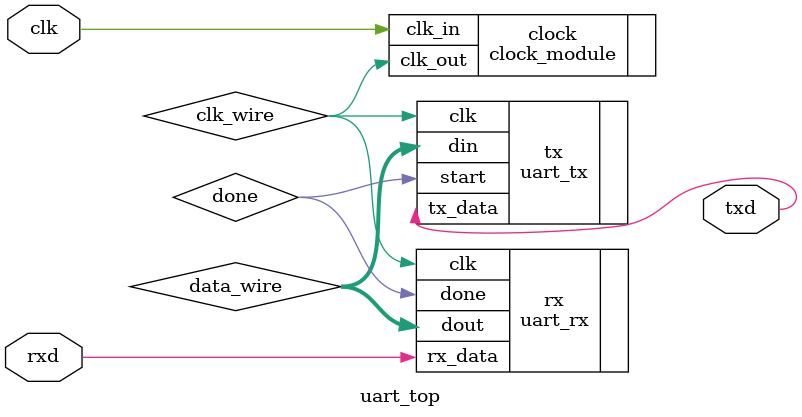
<source format=v>
module uart_top(
    input wire rxd,
    input wire clk,
    output wire txd
    );
    
    (*keep="true"*) wire clk_wire;
    (*keep="true"*) wire [7:0] data_wire;
    (*keep="true"*) wire done;
    
    clock_module clock(.clk_in(clk), .clk_out(clk_wire));
    uart_rx rx(.clk(clk_wire), .rx_data(rxd), .dout(data_wire),.done(done));
    uart_tx tx(.clk(clk_wire), .din(data_wire),.start(done),.tx_data(txd));
    
endmodule

</source>
